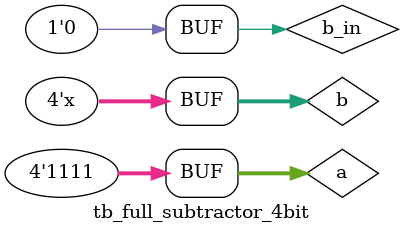
<source format=v>
`timescale 1ns / 1ps


module tb_full_subtractor_4bit; //Å×½ºÆ®º¥Ä¡ ¼±¾ð

reg [3:0] a, b; //4bit input
reg b_in; //1bit
wire [3:0] d; //4bit output
wire b_out; //1bit
wire V; //overflow detection

initial begin //ÃÊ±â°ª ¼±¾ð
    a = 4'b1111;
    b = 4'b0000;
    b_in = 1'b0;
end

//5ns¸¶´Ù b¸¦ 1(2)¾¿ Áõ°¡½ÃÅ´
always #5 b = b + 4'b0001;

//full_subtractor_4bit ¸ðµâ¿¡ °ªÀ» Àü´ÞÇÏ¿© ½Ã¹Ä·¹ÀÌ¼Ç
full_subtractor_4bit FS(a,b,b_in,d,b_out,V);

endmodule

</source>
